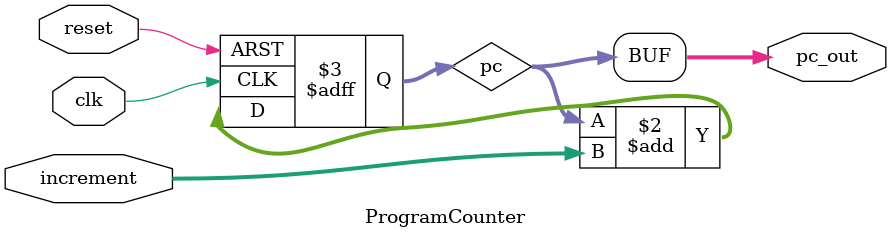
<source format=sv>

module ProgramCounter(
    input logic clk,
    input logic reset,
    input logic [31:0] increment,
    output logic [31:0] pc_out
);

    logic [31:0] pc;

    always_ff @(posedge clk or posedge reset)
    begin
        if (reset)
            pc <= 32'h0;  // Reset the PC to 0 when reset is active
        else
            pc <= pc + increment; // Increment the PC when not reset
    end

    assign pc_out = pc;

endmodule

</source>
